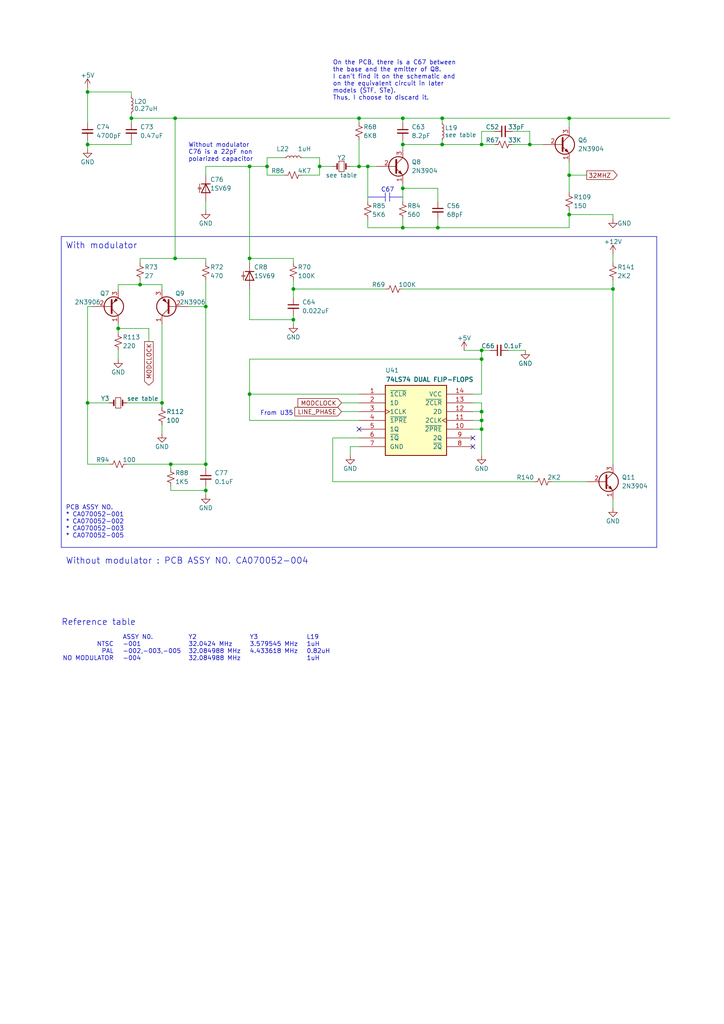
<source format=kicad_sch>
(kicad_sch (version 20230121) (generator eeschema)
  (paper "A4" portrait)
  (title_block (title "Converted schematics of Atari 260/520 ST") (date "2023-04-30") (rev "0") (comment 1 "…sporniket/kicad-conversions--atari-260-520-st-motherboard--c070231") (comment 2 "Original repository : https://github.com/…") (comment 4 "Reference : C070231"))
  (lib_symbols
    (symbol "74x74:74LS74_DUAL_POSITIVE-EDGE-TRIGGERED_D_FLIP-FLOPS_WITH_PRESET_CLEAR_AND_COMPLEMENTARY_OUTPUTS_PHY" (pin_names (offset 1.27))
      (property "Reference" "U" (at -8.89 15.24 0))
      (property "Value" "74LS74_DUAL_POSITIVE-EDGE-TRIGGERED_D_FLIP-FLOPS_WITH_PRESET_CLEAR_AND_COMPLEMENTARY_OUTPUTS_PHY" (at -8.89 12.7 0))
      (symbol "74LS74_DUAL_POSITIVE-EDGE-TRIGGERED_D_FLIP-FLOPS_WITH_PRESET_CLEAR_AND_COMPLEMENTARY_OUTPUTS_PHY_0_0"
        (rectangle (start -8.89 10.16) (end 8.89 -10.16) (stroke (width 0.254)) (fill (type background)))
        (pin input line (at -16.51 7.62 0) (length 7.62) (name "~{1CLR}") (number "1"))
        (pin input line (at 16.51 -2.54 180) (length 7.62) (name "~{2PRE}") (number "10"))
        (pin input clock (at 16.51 0 180) (length 7.62) (name "2CLK") (number "11"))
        (pin input line (at 16.51 2.54 180) (length 7.62) (name "2D") (number "12"))
        (pin input line (at 16.51 5.08 180) (length 7.62) (name "~{2CLR}") (number "13"))
        (pin power_in line (at 16.51 7.62 180) (length 7.62) (name "VCC") (number "14"))
        (pin input line (at -16.51 5.08 0) (length 7.62) (name "1D") (number "2"))
        (pin input clock (at -16.51 2.54 0) (length 7.62) (name "1CLK") (number "3"))
        (pin input line (at -16.51 0 0) (length 7.62) (name "~{1PRE}") (number "4"))
        (pin output line (at -16.51 -2.54 0) (length 7.62) (name "1Q") (number "5"))
        (pin output line (at -16.51 -5.08 0) (length 7.62) (name "~{1Q}") (number "6"))
        (pin power_in line (at -16.51 -7.62 0) (length 7.62) (name "GND") (number "7"))
        (pin output line (at 16.51 -7.62 180) (length 7.62) (name "~{2Q}") (number "8"))
        (pin output line (at 16.51 -5.08 180) (length 7.62) (name "2Q") (number "9"))
      )
    )
    (symbol "Device:C_Small" (pin_numbers hide) (pin_names (offset 0.254) hide)
      (property "Reference" "C" (at 0.254 1.778 0))
      (property "Value" "C_Small" (at 0.254 -2.032 0))
      (symbol "C_Small_0_1"
        (polyline (pts (xy -1.524 -0.508) (xy 1.524 -0.508)) (stroke (width 0.3302)))
        (polyline (pts (xy -1.524 0.508) (xy 1.524 0.508)) (stroke (width 0.3048)))
      )
      (symbol "C_Small_1_1"
        (pin passive line (at 0 2.54 270) (length 2.032) (name "~") (number "1"))
        (pin passive line (at 0 -2.54 90) (length 2.032) (name "~") (number "2"))
      )
    )
    (symbol "Device:Crystal_Small" (pin_numbers hide) (pin_names (offset 1.016) hide)
      (property "Reference" "Y" (at 0 2.54 0))
      (property "Value" "Crystal_Small" (at 0 -2.54 0))
      (symbol "Crystal_Small_0_1"
        (rectangle (start -0.762 -1.524) (end 0.762 1.524))
        (polyline (pts (xy -1.27 -0.762) (xy -1.27 0.762)) (stroke (width 0.381)))
        (polyline (pts (xy 1.27 -0.762) (xy 1.27 0.762)) (stroke (width 0.381)))
      )
      (symbol "Crystal_Small_1_1"
        (pin passive line (at -2.54 0 0) (length 1.27) (name "1") (number "1"))
        (pin passive line (at 2.54 0 180) (length 1.27) (name "2") (number "2"))
      )
    )
    (symbol "Device:D_Capacitance" (pin_numbers hide) (pin_names (offset 1.016) hide)
      (property "Reference" "D" (at 0 2.54 0))
      (property "Value" "D_Capacitance" (at 0 -3.302 0))
      (symbol "D_Capacitance_0_1"
        (polyline (pts (xy -1.27 -1.778) (xy -0.1524 -1.778)))
        (polyline (pts (xy -1.27 0) (xy 1.27 0)))
        (polyline (pts (xy -1.27 1.27) (xy -1.27 -1.27)) (stroke (width 0.254)))
        (polyline (pts (xy -0.1524 -1.27) (xy -0.1524 -2.286)))
        (polyline (pts (xy 0.1524 -1.778) (xy 1.27 -1.778)))
        (polyline (pts (xy 0.1524 -1.27) (xy 0.1524 -2.286)))
        (polyline (pts (xy 1.27 1.27) (xy 1.27 -1.27) (xy -1.27 0) (xy 1.27 1.27)) (stroke (width 0.254)))
      )
      (symbol "D_Capacitance_1_1"
        (pin passive line (at -3.81 0 0) (length 2.54) (name "K") (number "1"))
        (pin passive line (at 3.81 0 180) (length 2.54) (name "A") (number "2"))
      )
    )
    (symbol "Device:L_Small" (pin_numbers hide) (pin_names (offset 0.254) hide)
      (property "Reference" "L" (at 0.762 1.016 0))
      (property "Value" "L_Small" (at 0.762 -1.016 0))
      (symbol "L_Small_0_1"
        (arc (start 0 -2.032) (mid 0.5058 -1.524) (end 0 -1.016))
        (arc (start 0 -1.016) (mid 0.5058 -0.508) (end 0 0))
        (arc (start 0 0) (mid 0.5058 0.508) (end 0 1.016))
        (arc (start 0 1.016) (mid 0.5058 1.524) (end 0 2.032))
      )
      (symbol "L_Small_1_1"
        (pin passive line (at 0 2.54 270) (length 0.508) (name "~") (number "1"))
        (pin passive line (at 0 -2.54 90) (length 0.508) (name "~") (number "2"))
      )
    )
    (symbol "Device:Q_NPN_EBC" (pin_names (offset 0) hide)
      (property "Reference" "Q" (at 5.08 1.27 0))
      (property "Value" "Q_NPN_EBC" (at 5.08 -1.27 0))
      (symbol "Q_NPN_EBC_0_1"
        (polyline (pts (xy 0.635 0.635) (xy 2.54 2.54)))
        (polyline (pts (xy 0.635 -0.635) (xy 2.54 -2.54) (xy 2.54 -2.54)))
        (polyline (pts (xy 0.635 1.905) (xy 0.635 -1.905) (xy 0.635 -1.905)) (stroke (width 0.508)))
        (polyline (pts (xy 1.27 -1.778) (xy 1.778 -1.27) (xy 2.286 -2.286) (xy 1.27 -1.778) (xy 1.27 -1.778)) (fill (type outline)))
        (circle (center 1.27 0) (radius 2.8194) (stroke (width 0.254)))
      )
      (symbol "Q_NPN_EBC_1_1"
        (pin passive line (at 2.54 -5.08 90) (length 2.54) (name "E") (number "1"))
        (pin passive line (at -5.08 0 0) (length 5.715) (name "B") (number "2"))
        (pin passive line (at 2.54 5.08 270) (length 2.54) (name "C") (number "3"))
      )
    )
    (symbol "Device:Q_PNP_CBE" (pin_names (offset 0) hide)
      (property "Reference" "Q" (at 5.08 1.27 0))
      (property "Value" "Q_PNP_CBE" (at 5.08 -1.27 0))
      (symbol "Q_PNP_CBE_0_1"
        (polyline (pts (xy 0.635 0.635) (xy 2.54 2.54)))
        (polyline (pts (xy 0.635 -0.635) (xy 2.54 -2.54) (xy 2.54 -2.54)))
        (polyline (pts (xy 0.635 1.905) (xy 0.635 -1.905) (xy 0.635 -1.905)) (stroke (width 0.508)))
        (polyline (pts (xy 2.286 -1.778) (xy 1.778 -2.286) (xy 1.27 -1.27) (xy 2.286 -1.778) (xy 2.286 -1.778)) (fill (type outline)))
        (circle (center 1.27 0) (radius 2.8194) (stroke (width 0.254)))
      )
      (symbol "Q_PNP_CBE_1_1"
        (pin passive line (at 2.54 5.08 270) (length 2.54) (name "C") (number "1"))
        (pin input line (at -5.08 0 0) (length 5.715) (name "B") (number "2"))
        (pin passive line (at 2.54 -5.08 90) (length 2.54) (name "E") (number "3"))
      )
    )
    (symbol "Device:R_Small_US" (pin_numbers hide) (pin_names (offset 0.254) hide)
      (property "Reference" "R" (at 0.762 0.508 0))
      (property "Value" "R_Small_US" (at 0.762 -1.016 0))
      (symbol "R_Small_US_1_1"
        (polyline (pts (xy 0 0) (xy 1.016 -0.381) (xy 0 -0.762) (xy -1.016 -1.143) (xy 0 -1.524)))
        (polyline (pts (xy 0 1.524) (xy 1.016 1.143) (xy 0 0.762) (xy -1.016 0.381) (xy 0 0)))
        (pin passive line (at 0 2.54 270) (length 1.016) (name "~") (number "1"))
        (pin passive line (at 0 -2.54 90) (length 1.016) (name "~") (number "2"))
      )
    )
    (symbol "power:+12V" (power) (pin_names (offset 0))
      (property "Value" "+12V" (at 0 3.556 0))
      (symbol "+12V_0_1"
        (polyline (pts (xy -0.762 1.27) (xy 0 2.54)))
        (polyline (pts (xy 0 0) (xy 0 2.54)))
        (polyline (pts (xy 0 2.54) (xy 0.762 1.27)))
      )
      (symbol "+12V_1_1"
        (pin power_in line (at 0 0 90) (length 0) hide (name "+12V") (number "1"))
      )
    )
    (symbol "power:+5V" (power) (pin_names (offset 0))
      (property "Value" "+5V" (at 0 3.556 0))
      (symbol "+5V_0_1"
        (polyline (pts (xy -0.762 1.27) (xy 0 2.54)))
        (polyline (pts (xy 0 0) (xy 0 2.54)))
        (polyline (pts (xy 0 2.54) (xy 0.762 1.27)))
      )
      (symbol "+5V_1_1"
        (pin power_in line (at 0 0 90) (length 0) hide (name "+5V") (number "1"))
      )
    )
    (symbol "power:GND" (power) (pin_names (offset 0))
      (property "Value" "GND" (at 0 -3.81 0))
      (symbol "GND_0_1"
        (polyline (pts (xy 0 0) (xy 0 -1.27) (xy 1.27 -1.27) (xy 0 -2.54) (xy -1.27 -1.27) (xy 0 -1.27)))
      )
      (symbol "GND_1_1"
        (pin power_in line (at 0 0 270) (length 0) hide (name "GND") (number "1"))
      )
    )
  )
  (junction (at 165.1 34.29))
  (junction (at 50.8 34.29))
  (junction (at 165.1 50.8))
  (junction (at 116.84 41.91))
  (junction (at 128.27 41.91))
  (junction (at 59.69 142.24))
  (junction (at 85.09 92.71))
  (junction (at 25.4 116.84))
  (junction (at 25.4 41.91))
  (junction (at 139.7 101.6))
  (junction (at 46.99 116.84))
  (junction (at 72.39 114.3))
  (junction (at 177.8 83.82))
  (junction (at 50.8 74.93))
  (junction (at 139.7 41.91))
  (junction (at 77.47 48.26))
  (junction (at 165.1 62.23))
  (junction (at 38.1 34.29))
  (junction (at 92.71 48.26))
  (junction (at 139.7 119.38))
  (junction (at 25.4 26.67))
  (junction (at 128.27 34.29))
  (junction (at 116.84 54.61))
  (junction (at 139.7 124.46))
  (junction (at 116.84 66.04))
  (junction (at 34.29 95.25))
  (junction (at 59.69 88.9))
  (junction (at 153.67 41.91))
  (junction (at 116.84 34.29))
  (junction (at 40.64 82.55))
  (junction (at 127 66.04))
  (junction (at 104.14 48.26))
  (junction (at 49.53 134.62))
  (junction (at 59.69 134.62))
  (junction (at 72.39 74.93))
  (junction (at 85.09 83.82))
  (junction (at 72.39 48.26))
  (junction (at 139.7 104.14))
  (junction (at 106.68 48.26))
  (junction (at 139.7 121.92))
  (junction (at 104.14 34.29))
  (no_connect (at 104.14 124.46))
  (no_connect (at 137.16 127))
  (no_connect (at 137.16 129.54))
  (wire (pts (xy 137.16 121.92) (xy 139.7 121.92)))
  (wire (pts (xy 139.7 124.46) (xy 139.7 121.92)))
  (wire (pts (xy 77.47 50.8) (xy 77.47 48.26)))
  (wire (pts (xy 127 54.61) (xy 127 58.42)))
  (wire (pts (xy 101.6 132.08) (xy 101.6 129.54)))
  (wire (pts (xy 116.84 66.04) (xy 127 66.04)))
  (wire (pts (xy 46.99 116.84) (xy 46.99 118.11)))
  (polyline (pts (xy 113.03 57.15) (xy 116.84 57.15)))
  (wire (pts (xy 59.69 88.9) (xy 54.61 88.9)))
  (wire (pts (xy 116.84 54.61) (xy 127 54.61)))
  (wire (pts (xy 38.1 33.02) (xy 38.1 34.29)))
  (wire (pts (xy 59.69 76.2) (xy 59.69 74.93)))
  (wire (pts (xy 26.67 88.9) (xy 25.4 88.9)))
  (wire (pts (xy 92.71 48.26) (xy 96.52 48.26)))
  (wire (pts (xy 139.7 116.84) (xy 137.16 116.84)))
  (wire (pts (xy 137.16 114.3) (xy 139.7 114.3)))
  (wire (pts (xy 72.39 74.93) (xy 85.09 74.93)))
  (wire (pts (xy 177.8 73.66) (xy 177.8 76.2)))
  (wire (pts (xy 104.14 48.26) (xy 106.68 48.26)))
  (wire (pts (xy 128.27 34.29) (xy 165.1 34.29)))
  (wire (pts (xy 143.51 38.1) (xy 139.7 38.1)))
  (wire (pts (xy 116.84 54.61) (xy 116.84 58.42)))
  (wire (pts (xy 104.14 34.29) (xy 116.84 34.29)))
  (wire (pts (xy 92.71 45.72) (xy 92.71 48.26)))
  (wire (pts (xy 148.59 38.1) (xy 153.67 38.1)))
  (wire (pts (xy 137.16 119.38) (xy 139.7 119.38)))
  (wire (pts (xy 177.8 63.5) (xy 177.8 62.23)))
  (wire (pts (xy 82.55 45.72) (xy 77.47 45.72)))
  (wire (pts (xy 139.7 41.91) (xy 143.51 41.91)))
  (wire (pts (xy 165.1 60.96) (xy 165.1 62.23)))
  (wire (pts (xy 85.09 92.71) (xy 85.09 93.98)))
  (wire (pts (xy 101.6 129.54) (xy 104.14 129.54)))
  (wire (pts (xy 85.09 91.44) (xy 85.09 92.71)))
  (wire (pts (xy 43.18 99.06) (xy 43.18 95.25)))
  (wire (pts (xy 59.69 134.62) (xy 59.69 135.89)))
  (wire (pts (xy 49.53 134.62) (xy 49.53 135.89)))
  (wire (pts (xy 77.47 45.72) (xy 77.47 48.26)))
  (wire (pts (xy 59.69 50.8) (xy 59.69 48.26)))
  (wire (pts (xy 139.7 119.38) (xy 139.7 116.84)))
  (polyline (pts (xy 106.68 57.15) (xy 111.76 57.15)))
  (wire (pts (xy 34.29 95.25) (xy 34.29 96.52)))
  (polyline (pts (xy 190.5 68.58) (xy 190.5 158.75)))
  (wire (pts (xy 25.4 134.62) (xy 25.4 116.84)))
  (wire (pts (xy 106.68 66.04) (xy 116.84 66.04)))
  (wire (pts (xy 87.63 50.8) (xy 92.71 50.8)))
  (wire (pts (xy 116.84 63.5) (xy 116.84 66.04)))
  (wire (pts (xy 153.67 38.1) (xy 153.67 41.91)))
  (wire (pts (xy 104.14 40.64) (xy 104.14 48.26)))
  (wire (pts (xy 92.71 50.8) (xy 92.71 48.26)))
  (wire (pts (xy 165.1 34.29) (xy 165.1 36.83)))
  (wire (pts (xy 50.8 74.93) (xy 59.69 74.93)))
  (wire (pts (xy 25.4 26.67) (xy 25.4 35.56)))
  (wire (pts (xy 59.69 48.26) (xy 72.39 48.26)))
  (wire (pts (xy 72.39 114.3) (xy 72.39 104.14)))
  (wire (pts (xy 40.64 82.55) (xy 40.64 81.28)))
  (wire (pts (xy 128.27 41.91) (xy 128.27 40.64)))
  (wire (pts (xy 59.69 81.28) (xy 59.69 88.9)))
  (wire (pts (xy 139.7 104.14) (xy 139.7 101.6)))
  (wire (pts (xy 49.53 142.24) (xy 59.69 142.24)))
  (polyline (pts (xy 17.78 68.58) (xy 17.78 158.75)))
  (polyline (pts (xy 111.76 55.88) (xy 111.76 58.42)))
  (wire (pts (xy 85.09 83.82) (xy 85.09 86.36)))
  (wire (pts (xy 116.84 43.18) (xy 116.84 41.91)))
  (wire (pts (xy 128.27 34.29) (xy 128.27 35.56)))
  (wire (pts (xy 72.39 48.26) (xy 72.39 74.93)))
  (wire (pts (xy 104.14 121.92) (xy 72.39 121.92)))
  (wire (pts (xy 25.4 25.4) (xy 25.4 26.67)))
  (wire (pts (xy 165.1 62.23) (xy 165.1 66.04)))
  (wire (pts (xy 25.4 116.84) (xy 31.75 116.84)))
  (wire (pts (xy 116.84 83.82) (xy 177.8 83.82)))
  (wire (pts (xy 128.27 41.91) (xy 139.7 41.91)))
  (wire (pts (xy 170.18 139.7) (xy 160.02 139.7)))
  (wire (pts (xy 106.68 48.26) (xy 106.68 58.42)))
  (wire (pts (xy 139.7 101.6) (xy 142.24 101.6)))
  (wire (pts (xy 134.62 101.6) (xy 139.7 101.6)))
  (wire (pts (xy 25.4 41.91) (xy 25.4 43.18)))
  (wire (pts (xy 46.99 116.84) (xy 36.83 116.84)))
  (polyline (pts (xy 113.03 55.88) (xy 113.03 58.42)))
  (wire (pts (xy 139.7 132.08) (xy 139.7 124.46)))
  (wire (pts (xy 165.1 46.99) (xy 165.1 50.8)))
  (wire (pts (xy 154.94 139.7) (xy 96.52 139.7)))
  (wire (pts (xy 101.6 48.26) (xy 104.14 48.26)))
  (wire (pts (xy 72.39 83.82) (xy 72.39 92.71)))
  (polyline (pts (xy 190.5 68.58) (xy 17.78 68.58)))
  (wire (pts (xy 85.09 74.93) (xy 85.09 76.2)))
  (wire (pts (xy 25.4 88.9) (xy 25.4 116.84)))
  (wire (pts (xy 116.84 34.29) (xy 116.84 35.56)))
  (wire (pts (xy 99.06 116.84) (xy 104.14 116.84)))
  (wire (pts (xy 153.67 41.91) (xy 157.48 41.91)))
  (wire (pts (xy 72.39 48.26) (xy 77.47 48.26)))
  (wire (pts (xy 46.99 83.82) (xy 46.99 82.55)))
  (polyline (pts (xy 17.78 158.75) (xy 190.5 158.75)))
  (wire (pts (xy 25.4 40.64) (xy 25.4 41.91)))
  (wire (pts (xy 127 63.5) (xy 127 66.04)))
  (wire (pts (xy 46.99 93.98) (xy 46.99 116.84)))
  (wire (pts (xy 34.29 101.6) (xy 34.29 104.14)))
  (wire (pts (xy 38.1 34.29) (xy 50.8 34.29)))
  (wire (pts (xy 34.29 93.98) (xy 34.29 95.25)))
  (wire (pts (xy 111.76 83.82) (xy 85.09 83.82)))
  (wire (pts (xy 165.1 50.8) (xy 170.18 50.8)))
  (wire (pts (xy 34.29 83.82) (xy 34.29 82.55)))
  (wire (pts (xy 59.69 142.24) (xy 59.69 143.51)))
  (wire (pts (xy 59.69 58.42) (xy 59.69 60.96)))
  (wire (pts (xy 148.59 41.91) (xy 153.67 41.91)))
  (wire (pts (xy 99.06 119.38) (xy 104.14 119.38)))
  (wire (pts (xy 116.84 34.29) (xy 128.27 34.29)))
  (wire (pts (xy 36.83 134.62) (xy 49.53 134.62)))
  (wire (pts (xy 96.52 139.7) (xy 96.52 127)))
  (wire (pts (xy 106.68 63.5) (xy 106.68 66.04)))
  (wire (pts (xy 177.8 81.28) (xy 177.8 83.82)))
  (wire (pts (xy 34.29 95.25) (xy 43.18 95.25)))
  (wire (pts (xy 72.39 104.14) (xy 139.7 104.14)))
  (wire (pts (xy 72.39 76.2) (xy 72.39 74.93)))
  (wire (pts (xy 82.55 50.8) (xy 77.47 50.8)))
  (wire (pts (xy 116.84 40.64) (xy 116.84 41.91)))
  (wire (pts (xy 127 66.04) (xy 165.1 66.04)))
  (wire (pts (xy 38.1 34.29) (xy 38.1 35.56)))
  (wire (pts (xy 38.1 26.67) (xy 25.4 26.67)))
  (wire (pts (xy 139.7 114.3) (xy 139.7 104.14)))
  (wire (pts (xy 40.64 74.93) (xy 50.8 74.93)))
  (wire (pts (xy 96.52 127) (xy 104.14 127)))
  (wire (pts (xy 137.16 124.46) (xy 139.7 124.46)))
  (wire (pts (xy 87.63 45.72) (xy 92.71 45.72)))
  (wire (pts (xy 50.8 34.29) (xy 50.8 74.93)))
  (wire (pts (xy 177.8 83.82) (xy 177.8 134.62)))
  (wire (pts (xy 49.53 140.97) (xy 49.53 142.24)))
  (wire (pts (xy 46.99 123.19) (xy 46.99 125.73)))
  (wire (pts (xy 177.8 62.23) (xy 165.1 62.23)))
  (wire (pts (xy 25.4 41.91) (xy 38.1 41.91)))
  (wire (pts (xy 104.14 34.29) (xy 104.14 35.56)))
  (wire (pts (xy 139.7 121.92) (xy 139.7 119.38)))
  (wire (pts (xy 31.75 134.62) (xy 25.4 134.62)))
  (wire (pts (xy 72.39 92.71) (xy 85.09 92.71)))
  (wire (pts (xy 34.29 82.55) (xy 40.64 82.55)))
  (wire (pts (xy 139.7 38.1) (xy 139.7 41.91)))
  (wire (pts (xy 50.8 34.29) (xy 104.14 34.29)))
  (wire (pts (xy 106.68 48.26) (xy 109.22 48.26)))
  (wire (pts (xy 38.1 40.64) (xy 38.1 41.91)))
  (wire (pts (xy 59.69 140.97) (xy 59.69 142.24)))
  (wire (pts (xy 165.1 34.29) (xy 194.31 34.29)))
  (wire (pts (xy 85.09 81.28) (xy 85.09 83.82)))
  (wire (pts (xy 165.1 50.8) (xy 165.1 55.88)))
  (wire (pts (xy 59.69 134.62) (xy 59.69 88.9)))
  (wire (pts (xy 49.53 134.62) (xy 59.69 134.62)))
  (wire (pts (xy 116.84 41.91) (xy 128.27 41.91)))
  (wire (pts (xy 177.8 144.78) (xy 177.8 147.32)))
  (wire (pts (xy 72.39 121.92) (xy 72.39 114.3)))
  (wire (pts (xy 72.39 114.3) (xy 104.14 114.3)))
  (wire (pts (xy 147.32 101.6) (xy 152.4 101.6)))
  (wire (pts (xy 40.64 76.2) (xy 40.64 74.93)))
  (wire (pts (xy 116.84 53.34) (xy 116.84 54.61)))
  (wire (pts (xy 40.64 82.55) (xy 46.99 82.55)))
  (wire (pts (xy 38.1 27.94) (xy 38.1 26.67)))
  (text "With modulator" (at 19.05 72.39 0) (effects (font (size 1.8034 1.8034)) (justify left bottom)))
  (text "Without modulator\nC76 is a 22pF non\npolarized capacitor" (at 54.61 46.99 0) (effects (font (size 1.27 1.27)) (justify left bottom)))
  (text "\nNTSC\nPAL\nNO MODULATOR" (at 33.02 191.77 0) (effects (font (size 1.27 1.27)) (justify right bottom)))
  (text "Without modulator : PCB ASSY NO. CA070052-004" (at 19.05 163.83 0) (effects (font (size 1.8034 1.8034)) (justify left bottom)))
  (text "From U35" (at 85.09 120.65 0) (effects (font (size 1.27 1.27)) (justify right bottom)))
  (text "L19\n1uH\n0.82uH\n1uH" (at 88.9 191.77 0) (effects (font (size 1.27 1.27)) (justify left bottom)))
  (text "PCB ASSY NO.\n* CA070052-001\n* CA070052-002\n* CA070052-003\n* CA070052-005\n" (at 19.05 156.21 0) (effects (font (size 1.27 1.27)) (justify left bottom)))
  (text "C67" (at 110.49 55.88 0) (effects (font (size 1.27 1.27)) (justify left bottom)))
  (text "On the PCB, there is a C67 between\nthe base and the emitter of Q8.\nI can't find it on the schematic and\non the equivalent circuit in later \nmodels (STF, STe).\nThus, I choose to discard it." (at 96.52 29.21 0) (effects (font (size 1.27 1.27)) (justify left bottom)))
  (text "ASSY N0.\n-001\n-002,-003,-005\n-004" (at 35.56 191.77 0) (effects (font (size 1.27 1.27)) (justify left bottom)))
  (text "Reference table" (at 17.78 181.61 0) (effects (font (size 1.8034 1.8034)) (justify left bottom)))
  (text "Y2\n32.0424 MHz\n32.084988 MHz\n32.084988 MHz" (at 54.61 191.77 0) (effects (font (size 1.27 1.27)) (justify left bottom)))
  (text "Y3\n3.579545 MHz\n4.433618 MHz\n " (at 72.39 191.77 0) (effects (font (size 1.27 1.27)) (justify left bottom)))
  (global_label "MODCLOCK" (shape output) (at 43.18 99.06 270) (property "Intersheetrefs" "${INTERSHEET_REFS}" (effects hide)))
  (global_label "LINE_PHASE" (shape input) (at 99.06 119.38 180) (property "Intersheetrefs" "${INTERSHEET_REFS}" (effects hide)))
  (global_label "MODCLOCK" (shape input) (at 99.06 116.84 180) (property "Intersheetrefs" "${INTERSHEET_REFS}" (effects hide)))
  (global_label "32MHZ" (shape output) (at 170.18 50.8 0) (property "Intersheetrefs" "${INTERSHEET_REFS}" (effects hide)))
  (symbol (lib_id "power:+5V") (at 134.62 101.6 0) (unit 1)
    (property "Reference" "#PWR0388" (effects hide))
    (property "Value" "+5V" (at 134.62 98.044 0))
  )
  (symbol (lib_id "power:+5V") (at 25.4 25.4 0) (unit 1)
    (property "Reference" "#PWR0383" (effects hide))
    (property "Value" "+5V" (at 25.4 21.844 0))
  )
  (symbol (lib_id "Device:L_Small") (at 128.27 38.1 0) (unit 1)
    (property "Reference" "L19" (at 129.032 37.084 0) (effects (justify left)))
    (property "Value" "see table" (at 129.032 39.116 0) (effects (justify left)))
    (property "Footprint" "commons-passives_THT:Passive_THT_inductor_W5.08mm_L15.24mm" (effects hide))
  )
  (symbol (lib_id "Device:R_Small_US") (at 106.68 60.96 180) (unit 1)
    (property "Reference" "R85" (at 107.95 59.69 0) (effects (justify right)))
    (property "Value" "5K6" (at 107.95 62.23 0) (effects (justify right)))
    (property "Footprint" "commons-passives_THT:Passive_THT_resistor_W2.54mm_L12.70mm" (effects hide))
  )
  (symbol (lib_id "Device:C_Small") (at 116.84 38.1 0) (unit 1)
    (property "Reference" "C63" (at 119.38 36.83 0) (effects (justify left)))
    (property "Value" "8.2pF" (at 119.38 39.37 0) (effects (justify left)))
    (property "Footprint" "commons-passives_THT:Passive_THT_capacitor_mlcc_W2.54mm_L12.70mm" (effects hide))
  )
  (symbol (lib_id "Device:R_Small_US") (at 165.1 58.42 180) (unit 1)
    (property "Reference" "R109" (at 166.37 57.15 0) (effects (justify right)))
    (property "Value" "150" (at 166.37 59.69 0) (effects (justify right)))
    (property "Footprint" "commons-passives_THT:Passive_THT_resistor_W2.54mm_L12.70mm" (effects hide))
  )
  (symbol (lib_id "Device:L_Small") (at 85.09 45.72 90) (unit 1)
    (property "Reference" "L22" (at 83.82 43.18 90) (effects (justify left)))
    (property "Value" "1uH" (at 86.36 43.18 90) (effects (justify right)))
    (property "Footprint" "commons-passives_THT:Passive_THT_inductor_W5.08mm_L15.24mm" (effects hide))
  )
  (symbol (lib_id "power:GND") (at 85.09 93.98 0) (unit 1)
    (property "Reference" "#PWR0387" (effects hide))
    (property "Value" "GND" (at 85.09 97.79 0))
  )
  (symbol (lib_id "Device:R_Small_US") (at 146.05 41.91 90) (unit 1)
    (property "Reference" "R67" (at 144.78 40.64 90) (effects (justify left)))
    (property "Value" "33K" (at 147.32 40.64 90) (effects (justify right)))
    (property "Footprint" "commons-passives_THT:Passive_THT_resistor_W2.54mm_L12.70mm" (effects hide))
  )
  (symbol (lib_id "power:GND") (at 177.8 63.5 0) (unit 1)
    (property "Reference" "#PWR0393" (effects hide))
    (property "Value" "GND" (at 179.07 64.77 0) (effects (justify left)))
  )
  (symbol (lib_id "Device:C_Small") (at 59.69 138.43 0) (unit 1)
    (property "Reference" "C77" (at 62.23 137.16 0) (effects (justify left)))
    (property "Value" "0.1uF" (at 62.23 139.7 0) (effects (justify left)))
    (property "Footprint" "commons-passives_THT:Passive_THT_capacitor_mlcc_W2.54mm_L12.70mm" (effects hide))
  )
  (symbol (lib_id "Device:R_Small_US") (at 114.3 83.82 90) (unit 1)
    (property "Reference" "R69" (at 111.76 82.55 90) (effects (justify left)))
    (property "Value" "100K" (at 115.57 82.55 90) (effects (justify right)))
    (property "Footprint" "commons-passives_THT:Passive_THT_resistor_W2.54mm_L12.70mm" (effects hide))
  )
  (symbol (lib_id "Device:C_Small") (at 127 60.96 0) (unit 1)
    (property "Reference" "C56" (at 129.54 59.69 0) (effects (justify left)))
    (property "Value" "68pF" (at 129.54 62.23 0) (effects (justify left)))
    (property "Footprint" "commons-passives_THT:Passive_THT_capacitor_mlcc_W2.54mm_L12.70mm" (effects hide))
  )
  (symbol (lib_id "Device:D_Capacitance") (at 72.39 80.01 270) (unit 1)
    (property "Reference" "CR8" (at 73.66 77.47 90) (effects (justify left)))
    (property "Value" "1SV69" (at 73.66 80.01 90) (effects (justify left)))
    (property "Footprint" "commons-passives_THT:Passive_THT_diode_W2.54mm_L12.70mm" (effects hide))
  )
  (symbol (lib_id "power:GND") (at 101.6 132.08 0) (unit 1)
    (property "Reference" "#PWR0386" (effects hide))
    (property "Value" "GND" (at 101.6 135.89 0))
  )
  (symbol (lib_id "74x74:74LS74_DUAL_POSITIVE-EDGE-TRIGGERED_D_FLIP-FLOPS_WITH_PRESET_CLEAR_AND_COMPLEMENTARY_OUTPUTS_PHY") (at 120.65 121.92 0) (unit 1)
    (property "Reference" "U41" (at 111.76 106.68 0) (effects (justify left top)))
    (property "Value" "74LS74 DUAL FLIP-FLOPS" (at 111.76 109.22 0) (effects (font bold) (justify left top)))
    (property "Footprint" "Package_DIP:DIP-14_W7.62mm_LongPads" (effects hide))
    (property "Datasheet" "https://www.ti.com/lit/ds/sdls119/sdls119.pdf" (effects hide))
  )
  (symbol (lib_id "power:GND") (at 152.4 101.6 0) (unit 1)
    (property "Reference" "#PWR0389" (effects hide))
    (property "Value" "GND" (at 152.4 105.41 0))
  )
  (symbol (lib_id "Device:R_Small_US") (at 85.09 78.74 180) (unit 1)
    (property "Reference" "R70" (at 86.36 77.47 0) (effects (justify right)))
    (property "Value" "100K" (at 86.36 80.01 0) (effects (justify right)))
    (property "Footprint" "commons-passives_THT:Passive_THT_resistor_W2.54mm_L12.70mm" (effects hide))
  )
  (symbol (lib_id "Device:C_Small") (at 38.1 38.1 0) (unit 1)
    (property "Reference" "C73" (at 40.64 36.83 0) (effects (justify left)))
    (property "Value" "0.47uF" (at 40.64 39.37 0) (effects (justify left)))
    (property "Footprint" "commons-passives_THT:Passive_THT_capacitor_mlcc_W2.54mm_L12.70mm" (effects hide))
  )
  (symbol (lib_id "Device:R_Small_US") (at 46.99 120.65 180) (unit 1)
    (property "Reference" "R112" (at 48.26 119.38 0) (effects (justify right)))
    (property "Value" "100" (at 48.26 121.92 0) (effects (justify right)))
    (property "Footprint" "commons-passives_THT:Passive_THT_resistor_W2.54mm_L12.70mm" (effects hide))
  )
  (symbol (lib_id "Device:Crystal_Small") (at 34.29 116.84 180) (unit 1)
    (property "Reference" "Y3" (at 31.75 115.57 0) (effects (justify left)))
    (property "Value" "see table" (at 36.83 115.57 0) (effects (justify right)))
    (property "Footprint" "Crystal:Crystal_HC50_Horizontal" (effects hide))
  )
  (symbol (lib_id "Device:Q_PNP_CBE") (at 31.75 88.9 0) (mirror x) (unit 1)
    (property "Reference" "Q7" (at 31.75 85.09 0) (effects (justify right)))
    (property "Value" "2N3906" (at 29.21 87.63 0) (effects (justify right)))
    (property "Footprint" "Package_TO_SOT_THT:TO-92L_Inline_Wide" (effects hide))
  )
  (symbol (lib_id "Device:C_Small") (at 146.05 38.1 90) (unit 1)
    (property "Reference" "C52" (at 144.78 36.83 90) (effects (justify left)))
    (property "Value" "33pF" (at 147.32 36.83 90) (effects (justify right)))
    (property "Footprint" "commons-passives_THT:Passive_THT_capacitor_mlcc_W2.54mm_L12.70mm" (effects hide))
  )
  (symbol (lib_id "power:GND") (at 25.4 43.18 0) (unit 1)
    (property "Reference" "#PWR0384" (effects hide))
    (property "Value" "GND" (at 25.4 46.99 0))
  )
  (symbol (lib_id "Device:R_Small_US") (at 40.64 78.74 180) (unit 1)
    (property "Reference" "R73" (at 41.91 77.47 0) (effects (justify right)))
    (property "Value" "27" (at 41.91 80.01 0) (effects (justify right)))
    (property "Footprint" "commons-passives_THT:Passive_THT_resistor_W2.54mm_L12.70mm" (effects hide))
  )
  (symbol (lib_id "Device:Crystal_Small") (at 99.06 48.26 0) (unit 1)
    (property "Reference" "Y2" (at 99.06 45.72 0))
    (property "Value" "see table" (at 99.06 50.8 0))
    (property "Footprint" "Crystal:Crystal_HC50_Horizontal" (effects hide))
  )
  (symbol (lib_id "power:+12V") (at 177.8 73.66 0) (unit 1)
    (property "Reference" "#PWR0392" (effects hide))
    (property "Value" "+12V" (at 177.8 70.104 0))
  )
  (symbol (lib_id "Device:C_Small") (at 25.4 38.1 0) (unit 1)
    (property "Reference" "C74" (at 27.94 36.83 0) (effects (justify left)))
    (property "Value" "4700pF" (at 27.94 39.37 0) (effects (justify left)))
    (property "Footprint" "commons-passives_THT:Passive_THT_capacitor_mlcc_W2.54mm_L12.70mm" (effects hide))
  )
  (symbol (lib_id "Device:R_Small_US") (at 157.48 139.7 90) (unit 1)
    (property "Reference" "R140" (at 154.94 138.43 90) (effects (justify left)))
    (property "Value" "2K2" (at 158.75 138.43 90) (effects (justify right)))
    (property "Footprint" "commons-passives_THT:Passive_THT_resistor_W2.54mm_L12.70mm" (effects hide))
  )
  (symbol (lib_id "power:GND") (at 177.8 147.32 0) (unit 1)
    (property "Reference" "#PWR0390" (effects hide))
    (property "Value" "GND" (at 177.8 151.13 0))
  )
  (symbol (lib_id "Device:R_Small_US") (at 59.69 78.74 180) (unit 1)
    (property "Reference" "R72" (at 60.96 77.47 0) (effects (justify right)))
    (property "Value" "470" (at 60.96 80.01 0) (effects (justify right)))
    (property "Footprint" "commons-passives_THT:Passive_THT_resistor_W2.54mm_L12.70mm" (effects hide))
  )
  (symbol (lib_id "Device:Q_NPN_EBC") (at 175.26 139.7 0) (unit 1)
    (property "Reference" "Q11" (at 180.34 138.43 0) (effects (justify left)))
    (property "Value" "2N3904" (at 180.34 140.97 0) (effects (justify left)))
    (property "Footprint" "Package_TO_SOT_THT:TO-92L_Inline_Wide" (effects hide))
  )
  (symbol (lib_id "Device:R_Small_US") (at 34.29 99.06 180) (unit 1)
    (property "Reference" "R113" (at 35.56 97.79 0) (effects (justify right)))
    (property "Value" "220" (at 35.56 100.33 0) (effects (justify right)))
    (property "Footprint" "commons-passives_THT:Passive_THT_resistor_W2.54mm_L12.70mm" (effects hide))
  )
  (symbol (lib_id "power:GND") (at 59.69 60.96 0) (unit 1)
    (property "Reference" "#PWR0385" (effects hide))
    (property "Value" "GND" (at 59.69 64.77 0))
  )
  (symbol (lib_id "Device:R_Small_US") (at 34.29 134.62 90) (unit 1)
    (property "Reference" "R94" (at 31.75 133.35 90) (effects (justify left)))
    (property "Value" "100" (at 35.56 133.35 90) (effects (justify right)))
    (property "Footprint" "commons-passives_THT:Passive_THT_resistor_W2.54mm_L12.70mm" (effects hide))
  )
  (symbol (lib_id "Device:D_Capacitance") (at 59.69 54.61 270) (unit 1)
    (property "Reference" "C76" (at 60.96 52.07 90) (effects (justify left)))
    (property "Value" "1SV69" (at 60.96 54.61 90) (effects (justify left)))
    (property "Footprint" "commons-passives_THT:Passive_THT_capacitor_W2.54mm_L12.70mm" (effects hide))
  )
  (symbol (lib_id "Device:R_Small_US") (at 49.53 138.43 180) (unit 1)
    (property "Reference" "R88" (at 50.8 137.16 0) (effects (justify right)))
    (property "Value" "1K5" (at 50.8 139.7 0) (effects (justify right)))
    (property "Footprint" "commons-passives_THT:Passive_THT_resistor_W2.54mm_L12.70mm" (effects hide))
  )
  (symbol (lib_id "power:GND") (at 59.69 143.51 0) (unit 1)
    (property "Reference" "#PWR0382" (effects hide))
    (property "Value" "GND" (at 59.69 147.32 0))
  )
  (symbol (lib_id "Device:Q_NPN_EBC") (at 162.56 41.91 0) (unit 1)
    (property "Reference" "Q6" (at 167.64 40.64 0) (effects (justify left)))
    (property "Value" "2N3904" (at 167.64 43.18 0) (effects (justify left)))
    (property "Footprint" "Package_TO_SOT_THT:TO-92L_Inline_Wide" (effects hide))
  )
  (symbol (lib_id "Device:Q_PNP_CBE") (at 49.53 88.9 180) (unit 1)
    (property "Reference" "Q9" (at 50.8 85.09 0) (effects (justify right)))
    (property "Value" "2N3906" (at 52.07 87.63 0) (effects (justify right)))
    (property "Footprint" "Package_TO_SOT_THT:TO-92L_Inline_Wide" (effects hide))
  )
  (symbol (lib_id "Device:L_Small") (at 38.1 30.48 0) (unit 1)
    (property "Reference" "L20" (at 38.862 29.464 0) (effects (justify left)))
    (property "Value" "0.27uH" (at 38.862 31.496 0) (effects (justify left)))
    (property "Footprint" "commons-passives_THT:Passive_THT_inductor_W5.08mm_L15.24mm" (effects hide))
  )
  (symbol (lib_id "power:GND") (at 139.7 132.08 0) (unit 1)
    (property "Reference" "#PWR0391" (effects hide))
    (property "Value" "GND" (at 139.7 135.89 0))
  )
  (symbol (lib_id "Device:R_Small_US") (at 85.09 50.8 90) (unit 1)
    (property "Reference" "R86" (at 82.55 49.53 90) (effects (justify left)))
    (property "Value" "4K7" (at 86.36 49.53 90) (effects (justify right)))
    (property "Footprint" "commons-passives_THT:Passive_THT_resistor_W2.54mm_L12.70mm" (effects hide))
  )
  (symbol (lib_id "Device:C_Small") (at 85.09 88.9 0) (unit 1)
    (property "Reference" "C64" (at 87.63 87.63 0) (effects (justify left)))
    (property "Value" "0.022uF" (at 87.63 90.17 0) (effects (justify left)))
    (property "Footprint" "commons-passives_THT:Passive_THT_capacitor_mlcc_W2.54mm_L12.70mm" (effects hide))
  )
  (symbol (lib_id "Device:C_Small") (at 144.78 101.6 90) (unit 1)
    (property "Reference" "C66" (at 143.51 100.33 90) (effects (justify left)))
    (property "Value" "0.1uF" (at 146.05 100.33 90) (effects (justify right)))
    (property "Footprint" "commons-passives_THT:Passive_THT_capacitor_mlcc_W2.54mm_L12.70mm" (effects hide))
  )
  (symbol (lib_id "Device:R_Small_US") (at 116.84 60.96 180) (unit 1)
    (property "Reference" "R84" (at 118.11 59.69 0) (effects (justify right)))
    (property "Value" "560" (at 118.11 62.23 0) (effects (justify right)))
    (property "Footprint" "commons-passives_THT:Passive_THT_resistor_W2.54mm_L12.70mm" (effects hide))
  )
  (symbol (lib_id "Device:R_Small_US") (at 177.8 78.74 180) (unit 1)
    (property "Reference" "R141" (at 179.07 77.47 0) (effects (justify right)))
    (property "Value" "2K2" (at 179.07 80.01 0) (effects (justify right)))
    (property "Footprint" "commons-passives_THT:Passive_THT_resistor_W2.54mm_L12.70mm" (effects hide))
  )
  (symbol (lib_id "power:GND") (at 34.29 104.14 0) (unit 1)
    (property "Reference" "#PWR0394" (effects hide))
    (property "Value" "GND" (at 34.29 107.95 0))
  )
  (symbol (lib_id "power:GND") (at 46.99 125.73 0) (unit 1)
    (property "Reference" "#PWR0381" (effects hide))
    (property "Value" "GND" (at 46.99 129.54 0))
  )
  (symbol (lib_id "Device:R_Small_US") (at 104.14 38.1 180) (unit 1)
    (property "Reference" "R68" (at 105.41 36.83 0) (effects (justify right)))
    (property "Value" "6K8" (at 105.41 39.37 0) (effects (justify right)))
    (property "Footprint" "commons-passives_THT:Passive_THT_resistor_W2.54mm_L12.70mm" (effects hide))
  )
  (symbol (lib_id "Device:Q_NPN_EBC") (at 114.3 48.26 0) (unit 1)
    (property "Reference" "Q8" (at 119.38 46.99 0) (effects (justify left)))
    (property "Value" "2N3904" (at 119.38 49.53 0) (effects (justify left)))
    (property "Footprint" "Package_TO_SOT_THT:TO-92L_Inline_Wide" (effects hide))
  )
)
</source>
